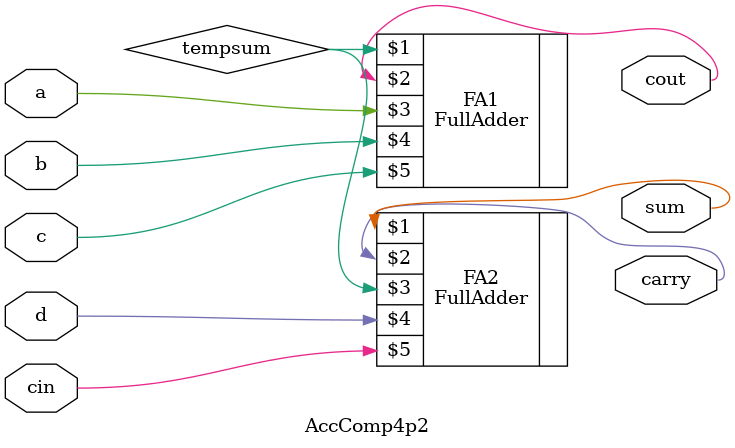
<source format=v>
`include"FullAdder.v"

module AccComp4p2(cout, carry, sum, a, b, c, d, cin);

input a, b, c, d, cin;
output carry, sum, cout;
wire tempsum;

FullAdder FA1(tempsum, cout, a, b, c);
FullAdder FA2(sum, carry, tempsum, d, cin);

endmodule

</source>
